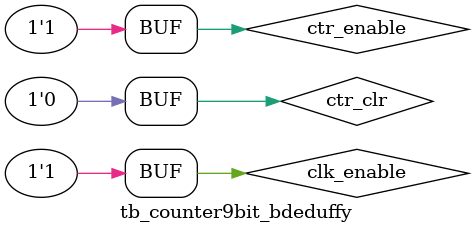
<source format=v>

`timescale 1ns/100ps

module tb_counter9bit_bdeduffy();
   reg        clk_enable;	// Locally-created clock enable signal
   reg        ctr_enable;	// Locally-created counter enable signal
   reg        ctr_clr;		// Locally-created counter clear signal
   wire       clk_out;		// Clock produced by the clk module
   wire [8:0] count1, count2;	// Counter outputs for the two 4-bit counters

// Instantiate the clock generator with a period of 100 ns
   clk #(100) clk1(clk_enable, clk_out);

// Intantiate two versions of the counter. ctr1 uses the default values.
// ctr2 overrides the default values of the parameters with #(20,30) ns.
   counter9bit_bdeduffy          ctr1(ctr_enable, ctr_clr, clk_out, count1);
   counter9bit_bdeduffy #(20,30) ctr2(ctr_enable, ctr_clr, clk_out, count2);

// Sequence the ENABLE and CLR signals
   initial begin
      clk_enable = 1;
      ctr_enable = 0;
      ctr_clr = 0;
      #10  ctr_clr = 1;
      #40  ctr_clr = 0;
      #50  ctr_enable = 1;
      #400 ctr_enable = 0;
      #200 ctr_enable = 1;
      #300 ctr_clr = 1;
      #60  ctr_clr = 0;
   end

endmodule

</source>
